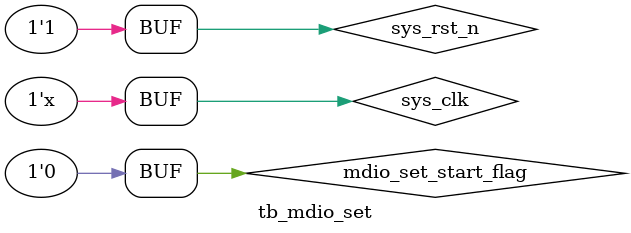
<source format=v>
module tb_mdio_set();

reg			sys_clk;
reg			sys_rst_n;
reg			mdio_set_start_flag;

wire		mdc;
wire		mdio;

initial begin
	sys_clk = 1;
	sys_rst_n <= 0;
	mdio_set_start_flag <= 0;
	#20;
	sys_rst_n <= 1;
	#20;
	mdio_set_start_flag <= 1;
	#20;
	mdio_set_start_flag <= 0;
end

always #10 sys_clk = ~sys_clk;

mdio_set mdio_set_inst
(
	.sys_clk(sys_clk),
	.sys_rst_n(sys_rst_n),
	.mdio_set_start_flag(mdio_set_start_flag),
	.mdc(mdc),
	.mdio(mdio)
);

endmodule
</source>
